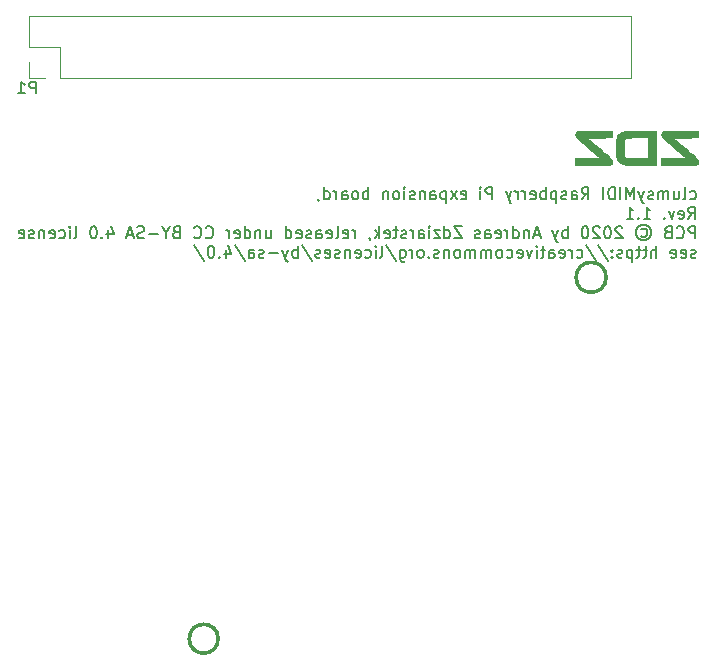
<source format=gbo>
G04 #@! TF.GenerationSoftware,KiCad,Pcbnew,5.1.7-a382d34a8~87~ubuntu18.04.1*
G04 #@! TF.CreationDate,2020-11-20T13:51:52+01:00*
G04 #@! TF.ProjectId,clumsyMIDI,636c756d-7379-44d4-9944-492e6b696361,rev?*
G04 #@! TF.SameCoordinates,Original*
G04 #@! TF.FileFunction,Legend,Bot*
G04 #@! TF.FilePolarity,Positive*
%FSLAX46Y46*%
G04 Gerber Fmt 4.6, Leading zero omitted, Abs format (unit mm)*
G04 Created by KiCad (PCBNEW 5.1.7-a382d34a8~87~ubuntu18.04.1) date 2020-11-20 13:51:52*
%MOMM*%
%LPD*%
G01*
G04 APERTURE LIST*
%ADD10C,0.150000*%
%ADD11C,0.010000*%
%ADD12C,0.120000*%
G04 APERTURE END LIST*
D10*
X223100000Y-147600000D02*
G75*
G03*
X223100000Y-147600000I-1300000J0D01*
G01*
X222950000Y-147600000D02*
G75*
G03*
X222950000Y-147600000I-1150000J0D01*
G01*
X255800000Y-117000000D02*
G75*
G03*
X255800000Y-117000000I-1200000J0D01*
G01*
X255941641Y-117000000D02*
G75*
G03*
X255941641Y-117000000I-1341641J0D01*
G01*
X262989833Y-110337761D02*
X263085071Y-110385380D01*
X263275547Y-110385380D01*
X263370785Y-110337761D01*
X263418404Y-110290142D01*
X263466023Y-110194904D01*
X263466023Y-109909190D01*
X263418404Y-109813952D01*
X263370785Y-109766333D01*
X263275547Y-109718714D01*
X263085071Y-109718714D01*
X262989833Y-109766333D01*
X262418404Y-110385380D02*
X262513642Y-110337761D01*
X262561261Y-110242523D01*
X262561261Y-109385380D01*
X261608880Y-109718714D02*
X261608880Y-110385380D01*
X262037452Y-109718714D02*
X262037452Y-110242523D01*
X261989833Y-110337761D01*
X261894595Y-110385380D01*
X261751738Y-110385380D01*
X261656500Y-110337761D01*
X261608880Y-110290142D01*
X261132690Y-110385380D02*
X261132690Y-109718714D01*
X261132690Y-109813952D02*
X261085071Y-109766333D01*
X260989833Y-109718714D01*
X260846976Y-109718714D01*
X260751738Y-109766333D01*
X260704119Y-109861571D01*
X260704119Y-110385380D01*
X260704119Y-109861571D02*
X260656500Y-109766333D01*
X260561261Y-109718714D01*
X260418404Y-109718714D01*
X260323166Y-109766333D01*
X260275547Y-109861571D01*
X260275547Y-110385380D01*
X259846976Y-110337761D02*
X259751738Y-110385380D01*
X259561261Y-110385380D01*
X259466023Y-110337761D01*
X259418404Y-110242523D01*
X259418404Y-110194904D01*
X259466023Y-110099666D01*
X259561261Y-110052047D01*
X259704119Y-110052047D01*
X259799357Y-110004428D01*
X259846976Y-109909190D01*
X259846976Y-109861571D01*
X259799357Y-109766333D01*
X259704119Y-109718714D01*
X259561261Y-109718714D01*
X259466023Y-109766333D01*
X259085071Y-109718714D02*
X258846976Y-110385380D01*
X258608880Y-109718714D02*
X258846976Y-110385380D01*
X258942214Y-110623476D01*
X258989833Y-110671095D01*
X259085071Y-110718714D01*
X258227928Y-110385380D02*
X258227928Y-109385380D01*
X257894595Y-110099666D01*
X257561261Y-109385380D01*
X257561261Y-110385380D01*
X257085071Y-110385380D02*
X257085071Y-109385380D01*
X256608880Y-110385380D02*
X256608880Y-109385380D01*
X256370785Y-109385380D01*
X256227928Y-109433000D01*
X256132690Y-109528238D01*
X256085071Y-109623476D01*
X256037452Y-109813952D01*
X256037452Y-109956809D01*
X256085071Y-110147285D01*
X256132690Y-110242523D01*
X256227928Y-110337761D01*
X256370785Y-110385380D01*
X256608880Y-110385380D01*
X255608880Y-110385380D02*
X255608880Y-109385380D01*
X253799357Y-110385380D02*
X254132690Y-109909190D01*
X254370785Y-110385380D02*
X254370785Y-109385380D01*
X253989833Y-109385380D01*
X253894595Y-109433000D01*
X253846976Y-109480619D01*
X253799357Y-109575857D01*
X253799357Y-109718714D01*
X253846976Y-109813952D01*
X253894595Y-109861571D01*
X253989833Y-109909190D01*
X254370785Y-109909190D01*
X252942214Y-110385380D02*
X252942214Y-109861571D01*
X252989833Y-109766333D01*
X253085071Y-109718714D01*
X253275547Y-109718714D01*
X253370785Y-109766333D01*
X252942214Y-110337761D02*
X253037452Y-110385380D01*
X253275547Y-110385380D01*
X253370785Y-110337761D01*
X253418404Y-110242523D01*
X253418404Y-110147285D01*
X253370785Y-110052047D01*
X253275547Y-110004428D01*
X253037452Y-110004428D01*
X252942214Y-109956809D01*
X252513642Y-110337761D02*
X252418404Y-110385380D01*
X252227928Y-110385380D01*
X252132690Y-110337761D01*
X252085071Y-110242523D01*
X252085071Y-110194904D01*
X252132690Y-110099666D01*
X252227928Y-110052047D01*
X252370785Y-110052047D01*
X252466023Y-110004428D01*
X252513642Y-109909190D01*
X252513642Y-109861571D01*
X252466023Y-109766333D01*
X252370785Y-109718714D01*
X252227928Y-109718714D01*
X252132690Y-109766333D01*
X251656500Y-109718714D02*
X251656500Y-110718714D01*
X251656500Y-109766333D02*
X251561261Y-109718714D01*
X251370785Y-109718714D01*
X251275547Y-109766333D01*
X251227928Y-109813952D01*
X251180309Y-109909190D01*
X251180309Y-110194904D01*
X251227928Y-110290142D01*
X251275547Y-110337761D01*
X251370785Y-110385380D01*
X251561261Y-110385380D01*
X251656500Y-110337761D01*
X250751738Y-110385380D02*
X250751738Y-109385380D01*
X250751738Y-109766333D02*
X250656500Y-109718714D01*
X250466023Y-109718714D01*
X250370785Y-109766333D01*
X250323166Y-109813952D01*
X250275547Y-109909190D01*
X250275547Y-110194904D01*
X250323166Y-110290142D01*
X250370785Y-110337761D01*
X250466023Y-110385380D01*
X250656500Y-110385380D01*
X250751738Y-110337761D01*
X249466023Y-110337761D02*
X249561261Y-110385380D01*
X249751738Y-110385380D01*
X249846976Y-110337761D01*
X249894595Y-110242523D01*
X249894595Y-109861571D01*
X249846976Y-109766333D01*
X249751738Y-109718714D01*
X249561261Y-109718714D01*
X249466023Y-109766333D01*
X249418404Y-109861571D01*
X249418404Y-109956809D01*
X249894595Y-110052047D01*
X248989833Y-110385380D02*
X248989833Y-109718714D01*
X248989833Y-109909190D02*
X248942214Y-109813952D01*
X248894595Y-109766333D01*
X248799357Y-109718714D01*
X248704119Y-109718714D01*
X248370785Y-110385380D02*
X248370785Y-109718714D01*
X248370785Y-109909190D02*
X248323166Y-109813952D01*
X248275547Y-109766333D01*
X248180309Y-109718714D01*
X248085071Y-109718714D01*
X247846976Y-109718714D02*
X247608880Y-110385380D01*
X247370785Y-109718714D02*
X247608880Y-110385380D01*
X247704119Y-110623476D01*
X247751738Y-110671095D01*
X247846976Y-110718714D01*
X246227928Y-110385380D02*
X246227928Y-109385380D01*
X245846976Y-109385380D01*
X245751738Y-109433000D01*
X245704119Y-109480619D01*
X245656500Y-109575857D01*
X245656500Y-109718714D01*
X245704119Y-109813952D01*
X245751738Y-109861571D01*
X245846976Y-109909190D01*
X246227928Y-109909190D01*
X245227928Y-110385380D02*
X245227928Y-109718714D01*
X245227928Y-109385380D02*
X245275547Y-109433000D01*
X245227928Y-109480619D01*
X245180309Y-109433000D01*
X245227928Y-109385380D01*
X245227928Y-109480619D01*
X243608880Y-110337761D02*
X243704119Y-110385380D01*
X243894595Y-110385380D01*
X243989833Y-110337761D01*
X244037452Y-110242523D01*
X244037452Y-109861571D01*
X243989833Y-109766333D01*
X243894595Y-109718714D01*
X243704119Y-109718714D01*
X243608880Y-109766333D01*
X243561261Y-109861571D01*
X243561261Y-109956809D01*
X244037452Y-110052047D01*
X243227928Y-110385380D02*
X242704119Y-109718714D01*
X243227928Y-109718714D02*
X242704119Y-110385380D01*
X242323166Y-109718714D02*
X242323166Y-110718714D01*
X242323166Y-109766333D02*
X242227928Y-109718714D01*
X242037452Y-109718714D01*
X241942214Y-109766333D01*
X241894595Y-109813952D01*
X241846976Y-109909190D01*
X241846976Y-110194904D01*
X241894595Y-110290142D01*
X241942214Y-110337761D01*
X242037452Y-110385380D01*
X242227928Y-110385380D01*
X242323166Y-110337761D01*
X240989833Y-110385380D02*
X240989833Y-109861571D01*
X241037452Y-109766333D01*
X241132690Y-109718714D01*
X241323166Y-109718714D01*
X241418404Y-109766333D01*
X240989833Y-110337761D02*
X241085071Y-110385380D01*
X241323166Y-110385380D01*
X241418404Y-110337761D01*
X241466023Y-110242523D01*
X241466023Y-110147285D01*
X241418404Y-110052047D01*
X241323166Y-110004428D01*
X241085071Y-110004428D01*
X240989833Y-109956809D01*
X240513642Y-109718714D02*
X240513642Y-110385380D01*
X240513642Y-109813952D02*
X240466023Y-109766333D01*
X240370785Y-109718714D01*
X240227928Y-109718714D01*
X240132690Y-109766333D01*
X240085071Y-109861571D01*
X240085071Y-110385380D01*
X239656500Y-110337761D02*
X239561261Y-110385380D01*
X239370785Y-110385380D01*
X239275547Y-110337761D01*
X239227928Y-110242523D01*
X239227928Y-110194904D01*
X239275547Y-110099666D01*
X239370785Y-110052047D01*
X239513642Y-110052047D01*
X239608880Y-110004428D01*
X239656500Y-109909190D01*
X239656500Y-109861571D01*
X239608880Y-109766333D01*
X239513642Y-109718714D01*
X239370785Y-109718714D01*
X239275547Y-109766333D01*
X238799357Y-110385380D02*
X238799357Y-109718714D01*
X238799357Y-109385380D02*
X238846976Y-109433000D01*
X238799357Y-109480619D01*
X238751738Y-109433000D01*
X238799357Y-109385380D01*
X238799357Y-109480619D01*
X238180309Y-110385380D02*
X238275547Y-110337761D01*
X238323166Y-110290142D01*
X238370785Y-110194904D01*
X238370785Y-109909190D01*
X238323166Y-109813952D01*
X238275547Y-109766333D01*
X238180309Y-109718714D01*
X238037452Y-109718714D01*
X237942214Y-109766333D01*
X237894595Y-109813952D01*
X237846976Y-109909190D01*
X237846976Y-110194904D01*
X237894595Y-110290142D01*
X237942214Y-110337761D01*
X238037452Y-110385380D01*
X238180309Y-110385380D01*
X237418404Y-109718714D02*
X237418404Y-110385380D01*
X237418404Y-109813952D02*
X237370785Y-109766333D01*
X237275547Y-109718714D01*
X237132690Y-109718714D01*
X237037452Y-109766333D01*
X236989833Y-109861571D01*
X236989833Y-110385380D01*
X235751738Y-110385380D02*
X235751738Y-109385380D01*
X235751738Y-109766333D02*
X235656500Y-109718714D01*
X235466023Y-109718714D01*
X235370785Y-109766333D01*
X235323166Y-109813952D01*
X235275547Y-109909190D01*
X235275547Y-110194904D01*
X235323166Y-110290142D01*
X235370785Y-110337761D01*
X235466023Y-110385380D01*
X235656500Y-110385380D01*
X235751738Y-110337761D01*
X234704119Y-110385380D02*
X234799357Y-110337761D01*
X234846976Y-110290142D01*
X234894595Y-110194904D01*
X234894595Y-109909190D01*
X234846976Y-109813952D01*
X234799357Y-109766333D01*
X234704119Y-109718714D01*
X234561261Y-109718714D01*
X234466023Y-109766333D01*
X234418404Y-109813952D01*
X234370785Y-109909190D01*
X234370785Y-110194904D01*
X234418404Y-110290142D01*
X234466023Y-110337761D01*
X234561261Y-110385380D01*
X234704119Y-110385380D01*
X233513642Y-110385380D02*
X233513642Y-109861571D01*
X233561261Y-109766333D01*
X233656500Y-109718714D01*
X233846976Y-109718714D01*
X233942214Y-109766333D01*
X233513642Y-110337761D02*
X233608880Y-110385380D01*
X233846976Y-110385380D01*
X233942214Y-110337761D01*
X233989833Y-110242523D01*
X233989833Y-110147285D01*
X233942214Y-110052047D01*
X233846976Y-110004428D01*
X233608880Y-110004428D01*
X233513642Y-109956809D01*
X233037452Y-110385380D02*
X233037452Y-109718714D01*
X233037452Y-109909190D02*
X232989833Y-109813952D01*
X232942214Y-109766333D01*
X232846976Y-109718714D01*
X232751738Y-109718714D01*
X231989833Y-110385380D02*
X231989833Y-109385380D01*
X231989833Y-110337761D02*
X232085071Y-110385380D01*
X232275547Y-110385380D01*
X232370785Y-110337761D01*
X232418404Y-110290142D01*
X232466023Y-110194904D01*
X232466023Y-109909190D01*
X232418404Y-109813952D01*
X232370785Y-109766333D01*
X232275547Y-109718714D01*
X232085071Y-109718714D01*
X231989833Y-109766333D01*
X231466023Y-110337761D02*
X231466023Y-110385380D01*
X231513642Y-110480619D01*
X231561261Y-110528238D01*
X262846976Y-112035380D02*
X263180309Y-111559190D01*
X263418404Y-112035380D02*
X263418404Y-111035380D01*
X263037452Y-111035380D01*
X262942214Y-111083000D01*
X262894595Y-111130619D01*
X262846976Y-111225857D01*
X262846976Y-111368714D01*
X262894595Y-111463952D01*
X262942214Y-111511571D01*
X263037452Y-111559190D01*
X263418404Y-111559190D01*
X262037452Y-111987761D02*
X262132690Y-112035380D01*
X262323166Y-112035380D01*
X262418404Y-111987761D01*
X262466023Y-111892523D01*
X262466023Y-111511571D01*
X262418404Y-111416333D01*
X262323166Y-111368714D01*
X262132690Y-111368714D01*
X262037452Y-111416333D01*
X261989833Y-111511571D01*
X261989833Y-111606809D01*
X262466023Y-111702047D01*
X261656500Y-111368714D02*
X261418404Y-112035380D01*
X261180309Y-111368714D01*
X260799357Y-111940142D02*
X260751738Y-111987761D01*
X260799357Y-112035380D01*
X260846976Y-111987761D01*
X260799357Y-111940142D01*
X260799357Y-112035380D01*
X259037452Y-112035380D02*
X259608880Y-112035380D01*
X259323166Y-112035380D02*
X259323166Y-111035380D01*
X259418404Y-111178238D01*
X259513642Y-111273476D01*
X259608880Y-111321095D01*
X258608880Y-111940142D02*
X258561261Y-111987761D01*
X258608880Y-112035380D01*
X258656500Y-111987761D01*
X258608880Y-111940142D01*
X258608880Y-112035380D01*
X257608880Y-112035380D02*
X258180309Y-112035380D01*
X257894595Y-112035380D02*
X257894595Y-111035380D01*
X257989833Y-111178238D01*
X258085071Y-111273476D01*
X258180309Y-111321095D01*
X263418404Y-113685380D02*
X263418404Y-112685380D01*
X263037452Y-112685380D01*
X262942214Y-112733000D01*
X262894595Y-112780619D01*
X262846976Y-112875857D01*
X262846976Y-113018714D01*
X262894595Y-113113952D01*
X262942214Y-113161571D01*
X263037452Y-113209190D01*
X263418404Y-113209190D01*
X261846976Y-113590142D02*
X261894595Y-113637761D01*
X262037452Y-113685380D01*
X262132690Y-113685380D01*
X262275547Y-113637761D01*
X262370785Y-113542523D01*
X262418404Y-113447285D01*
X262466023Y-113256809D01*
X262466023Y-113113952D01*
X262418404Y-112923476D01*
X262370785Y-112828238D01*
X262275547Y-112733000D01*
X262132690Y-112685380D01*
X262037452Y-112685380D01*
X261894595Y-112733000D01*
X261846976Y-112780619D01*
X261085071Y-113161571D02*
X260942214Y-113209190D01*
X260894595Y-113256809D01*
X260846976Y-113352047D01*
X260846976Y-113494904D01*
X260894595Y-113590142D01*
X260942214Y-113637761D01*
X261037452Y-113685380D01*
X261418404Y-113685380D01*
X261418404Y-112685380D01*
X261085071Y-112685380D01*
X260989833Y-112733000D01*
X260942214Y-112780619D01*
X260894595Y-112875857D01*
X260894595Y-112971095D01*
X260942214Y-113066333D01*
X260989833Y-113113952D01*
X261085071Y-113161571D01*
X261418404Y-113161571D01*
X258846976Y-112923476D02*
X258942214Y-112875857D01*
X259132690Y-112875857D01*
X259227928Y-112923476D01*
X259323166Y-113018714D01*
X259370785Y-113113952D01*
X259370785Y-113304428D01*
X259323166Y-113399666D01*
X259227928Y-113494904D01*
X259132690Y-113542523D01*
X258942214Y-113542523D01*
X258846976Y-113494904D01*
X259037452Y-112542523D02*
X259275547Y-112590142D01*
X259513642Y-112733000D01*
X259656500Y-112971095D01*
X259704119Y-113209190D01*
X259656500Y-113447285D01*
X259513642Y-113685380D01*
X259275547Y-113828238D01*
X259037452Y-113875857D01*
X258799357Y-113828238D01*
X258561261Y-113685380D01*
X258418404Y-113447285D01*
X258370785Y-113209190D01*
X258418404Y-112971095D01*
X258561261Y-112733000D01*
X258799357Y-112590142D01*
X259037452Y-112542523D01*
X257227928Y-112780619D02*
X257180309Y-112733000D01*
X257085071Y-112685380D01*
X256846976Y-112685380D01*
X256751738Y-112733000D01*
X256704119Y-112780619D01*
X256656500Y-112875857D01*
X256656500Y-112971095D01*
X256704119Y-113113952D01*
X257275547Y-113685380D01*
X256656500Y-113685380D01*
X256037452Y-112685380D02*
X255942214Y-112685380D01*
X255846976Y-112733000D01*
X255799357Y-112780619D01*
X255751738Y-112875857D01*
X255704119Y-113066333D01*
X255704119Y-113304428D01*
X255751738Y-113494904D01*
X255799357Y-113590142D01*
X255846976Y-113637761D01*
X255942214Y-113685380D01*
X256037452Y-113685380D01*
X256132690Y-113637761D01*
X256180309Y-113590142D01*
X256227928Y-113494904D01*
X256275547Y-113304428D01*
X256275547Y-113066333D01*
X256227928Y-112875857D01*
X256180309Y-112780619D01*
X256132690Y-112733000D01*
X256037452Y-112685380D01*
X255323166Y-112780619D02*
X255275547Y-112733000D01*
X255180309Y-112685380D01*
X254942214Y-112685380D01*
X254846976Y-112733000D01*
X254799357Y-112780619D01*
X254751738Y-112875857D01*
X254751738Y-112971095D01*
X254799357Y-113113952D01*
X255370785Y-113685380D01*
X254751738Y-113685380D01*
X254132690Y-112685380D02*
X254037452Y-112685380D01*
X253942214Y-112733000D01*
X253894595Y-112780619D01*
X253846976Y-112875857D01*
X253799357Y-113066333D01*
X253799357Y-113304428D01*
X253846976Y-113494904D01*
X253894595Y-113590142D01*
X253942214Y-113637761D01*
X254037452Y-113685380D01*
X254132690Y-113685380D01*
X254227928Y-113637761D01*
X254275547Y-113590142D01*
X254323166Y-113494904D01*
X254370785Y-113304428D01*
X254370785Y-113066333D01*
X254323166Y-112875857D01*
X254275547Y-112780619D01*
X254227928Y-112733000D01*
X254132690Y-112685380D01*
X252608880Y-113685380D02*
X252608880Y-112685380D01*
X252608880Y-113066333D02*
X252513642Y-113018714D01*
X252323166Y-113018714D01*
X252227928Y-113066333D01*
X252180309Y-113113952D01*
X252132690Y-113209190D01*
X252132690Y-113494904D01*
X252180309Y-113590142D01*
X252227928Y-113637761D01*
X252323166Y-113685380D01*
X252513642Y-113685380D01*
X252608880Y-113637761D01*
X251799357Y-113018714D02*
X251561261Y-113685380D01*
X251323166Y-113018714D02*
X251561261Y-113685380D01*
X251656500Y-113923476D01*
X251704119Y-113971095D01*
X251799357Y-114018714D01*
X250227928Y-113399666D02*
X249751738Y-113399666D01*
X250323166Y-113685380D02*
X249989833Y-112685380D01*
X249656500Y-113685380D01*
X249323166Y-113018714D02*
X249323166Y-113685380D01*
X249323166Y-113113952D02*
X249275547Y-113066333D01*
X249180309Y-113018714D01*
X249037452Y-113018714D01*
X248942214Y-113066333D01*
X248894595Y-113161571D01*
X248894595Y-113685380D01*
X247989833Y-113685380D02*
X247989833Y-112685380D01*
X247989833Y-113637761D02*
X248085071Y-113685380D01*
X248275547Y-113685380D01*
X248370785Y-113637761D01*
X248418404Y-113590142D01*
X248466023Y-113494904D01*
X248466023Y-113209190D01*
X248418404Y-113113952D01*
X248370785Y-113066333D01*
X248275547Y-113018714D01*
X248085071Y-113018714D01*
X247989833Y-113066333D01*
X247513642Y-113685380D02*
X247513642Y-113018714D01*
X247513642Y-113209190D02*
X247466023Y-113113952D01*
X247418404Y-113066333D01*
X247323166Y-113018714D01*
X247227928Y-113018714D01*
X246513642Y-113637761D02*
X246608880Y-113685380D01*
X246799357Y-113685380D01*
X246894595Y-113637761D01*
X246942214Y-113542523D01*
X246942214Y-113161571D01*
X246894595Y-113066333D01*
X246799357Y-113018714D01*
X246608880Y-113018714D01*
X246513642Y-113066333D01*
X246466023Y-113161571D01*
X246466023Y-113256809D01*
X246942214Y-113352047D01*
X245608880Y-113685380D02*
X245608880Y-113161571D01*
X245656500Y-113066333D01*
X245751738Y-113018714D01*
X245942214Y-113018714D01*
X246037452Y-113066333D01*
X245608880Y-113637761D02*
X245704119Y-113685380D01*
X245942214Y-113685380D01*
X246037452Y-113637761D01*
X246085071Y-113542523D01*
X246085071Y-113447285D01*
X246037452Y-113352047D01*
X245942214Y-113304428D01*
X245704119Y-113304428D01*
X245608880Y-113256809D01*
X245180309Y-113637761D02*
X245085071Y-113685380D01*
X244894595Y-113685380D01*
X244799357Y-113637761D01*
X244751738Y-113542523D01*
X244751738Y-113494904D01*
X244799357Y-113399666D01*
X244894595Y-113352047D01*
X245037452Y-113352047D01*
X245132690Y-113304428D01*
X245180309Y-113209190D01*
X245180309Y-113161571D01*
X245132690Y-113066333D01*
X245037452Y-113018714D01*
X244894595Y-113018714D01*
X244799357Y-113066333D01*
X243656500Y-112685380D02*
X242989833Y-112685380D01*
X243656500Y-113685380D01*
X242989833Y-113685380D01*
X242180309Y-113685380D02*
X242180309Y-112685380D01*
X242180309Y-113637761D02*
X242275547Y-113685380D01*
X242466023Y-113685380D01*
X242561261Y-113637761D01*
X242608880Y-113590142D01*
X242656500Y-113494904D01*
X242656500Y-113209190D01*
X242608880Y-113113952D01*
X242561261Y-113066333D01*
X242466023Y-113018714D01*
X242275547Y-113018714D01*
X242180309Y-113066333D01*
X241799357Y-113018714D02*
X241275547Y-113018714D01*
X241799357Y-113685380D01*
X241275547Y-113685380D01*
X240894595Y-113685380D02*
X240894595Y-113018714D01*
X240894595Y-112685380D02*
X240942214Y-112733000D01*
X240894595Y-112780619D01*
X240846976Y-112733000D01*
X240894595Y-112685380D01*
X240894595Y-112780619D01*
X239989833Y-113685380D02*
X239989833Y-113161571D01*
X240037452Y-113066333D01*
X240132690Y-113018714D01*
X240323166Y-113018714D01*
X240418404Y-113066333D01*
X239989833Y-113637761D02*
X240085071Y-113685380D01*
X240323166Y-113685380D01*
X240418404Y-113637761D01*
X240466023Y-113542523D01*
X240466023Y-113447285D01*
X240418404Y-113352047D01*
X240323166Y-113304428D01*
X240085071Y-113304428D01*
X239989833Y-113256809D01*
X239513642Y-113685380D02*
X239513642Y-113018714D01*
X239513642Y-113209190D02*
X239466023Y-113113952D01*
X239418404Y-113066333D01*
X239323166Y-113018714D01*
X239227928Y-113018714D01*
X238942214Y-113637761D02*
X238846976Y-113685380D01*
X238656500Y-113685380D01*
X238561261Y-113637761D01*
X238513642Y-113542523D01*
X238513642Y-113494904D01*
X238561261Y-113399666D01*
X238656500Y-113352047D01*
X238799357Y-113352047D01*
X238894595Y-113304428D01*
X238942214Y-113209190D01*
X238942214Y-113161571D01*
X238894595Y-113066333D01*
X238799357Y-113018714D01*
X238656500Y-113018714D01*
X238561261Y-113066333D01*
X238227928Y-113018714D02*
X237846976Y-113018714D01*
X238085071Y-112685380D02*
X238085071Y-113542523D01*
X238037452Y-113637761D01*
X237942214Y-113685380D01*
X237846976Y-113685380D01*
X237132690Y-113637761D02*
X237227928Y-113685380D01*
X237418404Y-113685380D01*
X237513642Y-113637761D01*
X237561261Y-113542523D01*
X237561261Y-113161571D01*
X237513642Y-113066333D01*
X237418404Y-113018714D01*
X237227928Y-113018714D01*
X237132690Y-113066333D01*
X237085071Y-113161571D01*
X237085071Y-113256809D01*
X237561261Y-113352047D01*
X236656500Y-113685380D02*
X236656500Y-112685380D01*
X236561261Y-113304428D02*
X236275547Y-113685380D01*
X236275547Y-113018714D02*
X236656500Y-113399666D01*
X235799357Y-113637761D02*
X235799357Y-113685380D01*
X235846976Y-113780619D01*
X235894595Y-113828238D01*
X234608880Y-113685380D02*
X234608880Y-113018714D01*
X234608880Y-113209190D02*
X234561261Y-113113952D01*
X234513642Y-113066333D01*
X234418404Y-113018714D01*
X234323166Y-113018714D01*
X233608880Y-113637761D02*
X233704119Y-113685380D01*
X233894595Y-113685380D01*
X233989833Y-113637761D01*
X234037452Y-113542523D01*
X234037452Y-113161571D01*
X233989833Y-113066333D01*
X233894595Y-113018714D01*
X233704119Y-113018714D01*
X233608880Y-113066333D01*
X233561261Y-113161571D01*
X233561261Y-113256809D01*
X234037452Y-113352047D01*
X232989833Y-113685380D02*
X233085071Y-113637761D01*
X233132690Y-113542523D01*
X233132690Y-112685380D01*
X232227928Y-113637761D02*
X232323166Y-113685380D01*
X232513642Y-113685380D01*
X232608880Y-113637761D01*
X232656500Y-113542523D01*
X232656500Y-113161571D01*
X232608880Y-113066333D01*
X232513642Y-113018714D01*
X232323166Y-113018714D01*
X232227928Y-113066333D01*
X232180309Y-113161571D01*
X232180309Y-113256809D01*
X232656500Y-113352047D01*
X231323166Y-113685380D02*
X231323166Y-113161571D01*
X231370785Y-113066333D01*
X231466023Y-113018714D01*
X231656500Y-113018714D01*
X231751738Y-113066333D01*
X231323166Y-113637761D02*
X231418404Y-113685380D01*
X231656500Y-113685380D01*
X231751738Y-113637761D01*
X231799357Y-113542523D01*
X231799357Y-113447285D01*
X231751738Y-113352047D01*
X231656500Y-113304428D01*
X231418404Y-113304428D01*
X231323166Y-113256809D01*
X230894595Y-113637761D02*
X230799357Y-113685380D01*
X230608880Y-113685380D01*
X230513642Y-113637761D01*
X230466023Y-113542523D01*
X230466023Y-113494904D01*
X230513642Y-113399666D01*
X230608880Y-113352047D01*
X230751738Y-113352047D01*
X230846976Y-113304428D01*
X230894595Y-113209190D01*
X230894595Y-113161571D01*
X230846976Y-113066333D01*
X230751738Y-113018714D01*
X230608880Y-113018714D01*
X230513642Y-113066333D01*
X229656500Y-113637761D02*
X229751738Y-113685380D01*
X229942214Y-113685380D01*
X230037452Y-113637761D01*
X230085071Y-113542523D01*
X230085071Y-113161571D01*
X230037452Y-113066333D01*
X229942214Y-113018714D01*
X229751738Y-113018714D01*
X229656500Y-113066333D01*
X229608880Y-113161571D01*
X229608880Y-113256809D01*
X230085071Y-113352047D01*
X228751738Y-113685380D02*
X228751738Y-112685380D01*
X228751738Y-113637761D02*
X228846976Y-113685380D01*
X229037452Y-113685380D01*
X229132690Y-113637761D01*
X229180309Y-113590142D01*
X229227928Y-113494904D01*
X229227928Y-113209190D01*
X229180309Y-113113952D01*
X229132690Y-113066333D01*
X229037452Y-113018714D01*
X228846976Y-113018714D01*
X228751738Y-113066333D01*
X227085071Y-113018714D02*
X227085071Y-113685380D01*
X227513642Y-113018714D02*
X227513642Y-113542523D01*
X227466023Y-113637761D01*
X227370785Y-113685380D01*
X227227928Y-113685380D01*
X227132690Y-113637761D01*
X227085071Y-113590142D01*
X226608880Y-113018714D02*
X226608880Y-113685380D01*
X226608880Y-113113952D02*
X226561261Y-113066333D01*
X226466023Y-113018714D01*
X226323166Y-113018714D01*
X226227928Y-113066333D01*
X226180309Y-113161571D01*
X226180309Y-113685380D01*
X225275547Y-113685380D02*
X225275547Y-112685380D01*
X225275547Y-113637761D02*
X225370785Y-113685380D01*
X225561261Y-113685380D01*
X225656500Y-113637761D01*
X225704119Y-113590142D01*
X225751738Y-113494904D01*
X225751738Y-113209190D01*
X225704119Y-113113952D01*
X225656500Y-113066333D01*
X225561261Y-113018714D01*
X225370785Y-113018714D01*
X225275547Y-113066333D01*
X224418404Y-113637761D02*
X224513642Y-113685380D01*
X224704119Y-113685380D01*
X224799357Y-113637761D01*
X224846976Y-113542523D01*
X224846976Y-113161571D01*
X224799357Y-113066333D01*
X224704119Y-113018714D01*
X224513642Y-113018714D01*
X224418404Y-113066333D01*
X224370785Y-113161571D01*
X224370785Y-113256809D01*
X224846976Y-113352047D01*
X223942214Y-113685380D02*
X223942214Y-113018714D01*
X223942214Y-113209190D02*
X223894595Y-113113952D01*
X223846976Y-113066333D01*
X223751738Y-113018714D01*
X223656500Y-113018714D01*
X221989833Y-113590142D02*
X222037452Y-113637761D01*
X222180309Y-113685380D01*
X222275547Y-113685380D01*
X222418404Y-113637761D01*
X222513642Y-113542523D01*
X222561261Y-113447285D01*
X222608880Y-113256809D01*
X222608880Y-113113952D01*
X222561261Y-112923476D01*
X222513642Y-112828238D01*
X222418404Y-112733000D01*
X222275547Y-112685380D01*
X222180309Y-112685380D01*
X222037452Y-112733000D01*
X221989833Y-112780619D01*
X220989833Y-113590142D02*
X221037452Y-113637761D01*
X221180309Y-113685380D01*
X221275547Y-113685380D01*
X221418404Y-113637761D01*
X221513642Y-113542523D01*
X221561261Y-113447285D01*
X221608880Y-113256809D01*
X221608880Y-113113952D01*
X221561261Y-112923476D01*
X221513642Y-112828238D01*
X221418404Y-112733000D01*
X221275547Y-112685380D01*
X221180309Y-112685380D01*
X221037452Y-112733000D01*
X220989833Y-112780619D01*
X219466023Y-113161571D02*
X219323166Y-113209190D01*
X219275547Y-113256809D01*
X219227928Y-113352047D01*
X219227928Y-113494904D01*
X219275547Y-113590142D01*
X219323166Y-113637761D01*
X219418404Y-113685380D01*
X219799357Y-113685380D01*
X219799357Y-112685380D01*
X219466023Y-112685380D01*
X219370785Y-112733000D01*
X219323166Y-112780619D01*
X219275547Y-112875857D01*
X219275547Y-112971095D01*
X219323166Y-113066333D01*
X219370785Y-113113952D01*
X219466023Y-113161571D01*
X219799357Y-113161571D01*
X218608880Y-113209190D02*
X218608880Y-113685380D01*
X218942214Y-112685380D02*
X218608880Y-113209190D01*
X218275547Y-112685380D01*
X217942214Y-113304428D02*
X217180309Y-113304428D01*
X216751738Y-113637761D02*
X216608880Y-113685380D01*
X216370785Y-113685380D01*
X216275547Y-113637761D01*
X216227928Y-113590142D01*
X216180309Y-113494904D01*
X216180309Y-113399666D01*
X216227928Y-113304428D01*
X216275547Y-113256809D01*
X216370785Y-113209190D01*
X216561261Y-113161571D01*
X216656500Y-113113952D01*
X216704119Y-113066333D01*
X216751738Y-112971095D01*
X216751738Y-112875857D01*
X216704119Y-112780619D01*
X216656500Y-112733000D01*
X216561261Y-112685380D01*
X216323166Y-112685380D01*
X216180309Y-112733000D01*
X215799357Y-113399666D02*
X215323166Y-113399666D01*
X215894595Y-113685380D02*
X215561261Y-112685380D01*
X215227928Y-113685380D01*
X213704119Y-113018714D02*
X213704119Y-113685380D01*
X213942214Y-112637761D02*
X214180309Y-113352047D01*
X213561261Y-113352047D01*
X213180309Y-113590142D02*
X213132690Y-113637761D01*
X213180309Y-113685380D01*
X213227928Y-113637761D01*
X213180309Y-113590142D01*
X213180309Y-113685380D01*
X212513642Y-112685380D02*
X212418404Y-112685380D01*
X212323166Y-112733000D01*
X212275547Y-112780619D01*
X212227928Y-112875857D01*
X212180309Y-113066333D01*
X212180309Y-113304428D01*
X212227928Y-113494904D01*
X212275547Y-113590142D01*
X212323166Y-113637761D01*
X212418404Y-113685380D01*
X212513642Y-113685380D01*
X212608880Y-113637761D01*
X212656500Y-113590142D01*
X212704119Y-113494904D01*
X212751738Y-113304428D01*
X212751738Y-113066333D01*
X212704119Y-112875857D01*
X212656500Y-112780619D01*
X212608880Y-112733000D01*
X212513642Y-112685380D01*
X210846976Y-113685380D02*
X210942214Y-113637761D01*
X210989833Y-113542523D01*
X210989833Y-112685380D01*
X210466023Y-113685380D02*
X210466023Y-113018714D01*
X210466023Y-112685380D02*
X210513642Y-112733000D01*
X210466023Y-112780619D01*
X210418404Y-112733000D01*
X210466023Y-112685380D01*
X210466023Y-112780619D01*
X209561261Y-113637761D02*
X209656500Y-113685380D01*
X209846976Y-113685380D01*
X209942214Y-113637761D01*
X209989833Y-113590142D01*
X210037452Y-113494904D01*
X210037452Y-113209190D01*
X209989833Y-113113952D01*
X209942214Y-113066333D01*
X209846976Y-113018714D01*
X209656500Y-113018714D01*
X209561261Y-113066333D01*
X208751738Y-113637761D02*
X208846976Y-113685380D01*
X209037452Y-113685380D01*
X209132690Y-113637761D01*
X209180309Y-113542523D01*
X209180309Y-113161571D01*
X209132690Y-113066333D01*
X209037452Y-113018714D01*
X208846976Y-113018714D01*
X208751738Y-113066333D01*
X208704119Y-113161571D01*
X208704119Y-113256809D01*
X209180309Y-113352047D01*
X208275547Y-113018714D02*
X208275547Y-113685380D01*
X208275547Y-113113952D02*
X208227928Y-113066333D01*
X208132690Y-113018714D01*
X207989833Y-113018714D01*
X207894595Y-113066333D01*
X207846976Y-113161571D01*
X207846976Y-113685380D01*
X207418404Y-113637761D02*
X207323166Y-113685380D01*
X207132690Y-113685380D01*
X207037452Y-113637761D01*
X206989833Y-113542523D01*
X206989833Y-113494904D01*
X207037452Y-113399666D01*
X207132690Y-113352047D01*
X207275547Y-113352047D01*
X207370785Y-113304428D01*
X207418404Y-113209190D01*
X207418404Y-113161571D01*
X207370785Y-113066333D01*
X207275547Y-113018714D01*
X207132690Y-113018714D01*
X207037452Y-113066333D01*
X206180309Y-113637761D02*
X206275547Y-113685380D01*
X206466023Y-113685380D01*
X206561261Y-113637761D01*
X206608880Y-113542523D01*
X206608880Y-113161571D01*
X206561261Y-113066333D01*
X206466023Y-113018714D01*
X206275547Y-113018714D01*
X206180309Y-113066333D01*
X206132690Y-113161571D01*
X206132690Y-113256809D01*
X206608880Y-113352047D01*
X263466023Y-115287761D02*
X263370785Y-115335380D01*
X263180309Y-115335380D01*
X263085071Y-115287761D01*
X263037452Y-115192523D01*
X263037452Y-115144904D01*
X263085071Y-115049666D01*
X263180309Y-115002047D01*
X263323166Y-115002047D01*
X263418404Y-114954428D01*
X263466023Y-114859190D01*
X263466023Y-114811571D01*
X263418404Y-114716333D01*
X263323166Y-114668714D01*
X263180309Y-114668714D01*
X263085071Y-114716333D01*
X262227928Y-115287761D02*
X262323166Y-115335380D01*
X262513642Y-115335380D01*
X262608880Y-115287761D01*
X262656500Y-115192523D01*
X262656500Y-114811571D01*
X262608880Y-114716333D01*
X262513642Y-114668714D01*
X262323166Y-114668714D01*
X262227928Y-114716333D01*
X262180309Y-114811571D01*
X262180309Y-114906809D01*
X262656500Y-115002047D01*
X261370785Y-115287761D02*
X261466023Y-115335380D01*
X261656500Y-115335380D01*
X261751738Y-115287761D01*
X261799357Y-115192523D01*
X261799357Y-114811571D01*
X261751738Y-114716333D01*
X261656500Y-114668714D01*
X261466023Y-114668714D01*
X261370785Y-114716333D01*
X261323166Y-114811571D01*
X261323166Y-114906809D01*
X261799357Y-115002047D01*
X260132690Y-115335380D02*
X260132690Y-114335380D01*
X259704119Y-115335380D02*
X259704119Y-114811571D01*
X259751738Y-114716333D01*
X259846976Y-114668714D01*
X259989833Y-114668714D01*
X260085071Y-114716333D01*
X260132690Y-114763952D01*
X259370785Y-114668714D02*
X258989833Y-114668714D01*
X259227928Y-114335380D02*
X259227928Y-115192523D01*
X259180309Y-115287761D01*
X259085071Y-115335380D01*
X258989833Y-115335380D01*
X258799357Y-114668714D02*
X258418404Y-114668714D01*
X258656500Y-114335380D02*
X258656500Y-115192523D01*
X258608880Y-115287761D01*
X258513642Y-115335380D01*
X258418404Y-115335380D01*
X258085071Y-114668714D02*
X258085071Y-115668714D01*
X258085071Y-114716333D02*
X257989833Y-114668714D01*
X257799357Y-114668714D01*
X257704119Y-114716333D01*
X257656500Y-114763952D01*
X257608880Y-114859190D01*
X257608880Y-115144904D01*
X257656500Y-115240142D01*
X257704119Y-115287761D01*
X257799357Y-115335380D01*
X257989833Y-115335380D01*
X258085071Y-115287761D01*
X257227928Y-115287761D02*
X257132690Y-115335380D01*
X256942214Y-115335380D01*
X256846976Y-115287761D01*
X256799357Y-115192523D01*
X256799357Y-115144904D01*
X256846976Y-115049666D01*
X256942214Y-115002047D01*
X257085071Y-115002047D01*
X257180309Y-114954428D01*
X257227928Y-114859190D01*
X257227928Y-114811571D01*
X257180309Y-114716333D01*
X257085071Y-114668714D01*
X256942214Y-114668714D01*
X256846976Y-114716333D01*
X256370785Y-115240142D02*
X256323166Y-115287761D01*
X256370785Y-115335380D01*
X256418404Y-115287761D01*
X256370785Y-115240142D01*
X256370785Y-115335380D01*
X256370785Y-114716333D02*
X256323166Y-114763952D01*
X256370785Y-114811571D01*
X256418404Y-114763952D01*
X256370785Y-114716333D01*
X256370785Y-114811571D01*
X255180309Y-114287761D02*
X256037452Y-115573476D01*
X254132690Y-114287761D02*
X254989833Y-115573476D01*
X253370785Y-115287761D02*
X253466023Y-115335380D01*
X253656500Y-115335380D01*
X253751738Y-115287761D01*
X253799357Y-115240142D01*
X253846976Y-115144904D01*
X253846976Y-114859190D01*
X253799357Y-114763952D01*
X253751738Y-114716333D01*
X253656500Y-114668714D01*
X253466023Y-114668714D01*
X253370785Y-114716333D01*
X252942214Y-115335380D02*
X252942214Y-114668714D01*
X252942214Y-114859190D02*
X252894595Y-114763952D01*
X252846976Y-114716333D01*
X252751738Y-114668714D01*
X252656500Y-114668714D01*
X251942214Y-115287761D02*
X252037452Y-115335380D01*
X252227928Y-115335380D01*
X252323166Y-115287761D01*
X252370785Y-115192523D01*
X252370785Y-114811571D01*
X252323166Y-114716333D01*
X252227928Y-114668714D01*
X252037452Y-114668714D01*
X251942214Y-114716333D01*
X251894595Y-114811571D01*
X251894595Y-114906809D01*
X252370785Y-115002047D01*
X251037452Y-115335380D02*
X251037452Y-114811571D01*
X251085071Y-114716333D01*
X251180309Y-114668714D01*
X251370785Y-114668714D01*
X251466023Y-114716333D01*
X251037452Y-115287761D02*
X251132690Y-115335380D01*
X251370785Y-115335380D01*
X251466023Y-115287761D01*
X251513642Y-115192523D01*
X251513642Y-115097285D01*
X251466023Y-115002047D01*
X251370785Y-114954428D01*
X251132690Y-114954428D01*
X251037452Y-114906809D01*
X250704119Y-114668714D02*
X250323166Y-114668714D01*
X250561261Y-114335380D02*
X250561261Y-115192523D01*
X250513642Y-115287761D01*
X250418404Y-115335380D01*
X250323166Y-115335380D01*
X249989833Y-115335380D02*
X249989833Y-114668714D01*
X249989833Y-114335380D02*
X250037452Y-114383000D01*
X249989833Y-114430619D01*
X249942214Y-114383000D01*
X249989833Y-114335380D01*
X249989833Y-114430619D01*
X249608880Y-114668714D02*
X249370785Y-115335380D01*
X249132690Y-114668714D01*
X248370785Y-115287761D02*
X248466023Y-115335380D01*
X248656500Y-115335380D01*
X248751738Y-115287761D01*
X248799357Y-115192523D01*
X248799357Y-114811571D01*
X248751738Y-114716333D01*
X248656500Y-114668714D01*
X248466023Y-114668714D01*
X248370785Y-114716333D01*
X248323166Y-114811571D01*
X248323166Y-114906809D01*
X248799357Y-115002047D01*
X247466023Y-115287761D02*
X247561261Y-115335380D01*
X247751738Y-115335380D01*
X247846976Y-115287761D01*
X247894595Y-115240142D01*
X247942214Y-115144904D01*
X247942214Y-114859190D01*
X247894595Y-114763952D01*
X247846976Y-114716333D01*
X247751738Y-114668714D01*
X247561261Y-114668714D01*
X247466023Y-114716333D01*
X246894595Y-115335380D02*
X246989833Y-115287761D01*
X247037452Y-115240142D01*
X247085071Y-115144904D01*
X247085071Y-114859190D01*
X247037452Y-114763952D01*
X246989833Y-114716333D01*
X246894595Y-114668714D01*
X246751738Y-114668714D01*
X246656500Y-114716333D01*
X246608880Y-114763952D01*
X246561261Y-114859190D01*
X246561261Y-115144904D01*
X246608880Y-115240142D01*
X246656500Y-115287761D01*
X246751738Y-115335380D01*
X246894595Y-115335380D01*
X246132690Y-115335380D02*
X246132690Y-114668714D01*
X246132690Y-114763952D02*
X246085071Y-114716333D01*
X245989833Y-114668714D01*
X245846976Y-114668714D01*
X245751738Y-114716333D01*
X245704119Y-114811571D01*
X245704119Y-115335380D01*
X245704119Y-114811571D02*
X245656500Y-114716333D01*
X245561261Y-114668714D01*
X245418404Y-114668714D01*
X245323166Y-114716333D01*
X245275547Y-114811571D01*
X245275547Y-115335380D01*
X244799357Y-115335380D02*
X244799357Y-114668714D01*
X244799357Y-114763952D02*
X244751738Y-114716333D01*
X244656500Y-114668714D01*
X244513642Y-114668714D01*
X244418404Y-114716333D01*
X244370785Y-114811571D01*
X244370785Y-115335380D01*
X244370785Y-114811571D02*
X244323166Y-114716333D01*
X244227928Y-114668714D01*
X244085071Y-114668714D01*
X243989833Y-114716333D01*
X243942214Y-114811571D01*
X243942214Y-115335380D01*
X243323166Y-115335380D02*
X243418404Y-115287761D01*
X243466023Y-115240142D01*
X243513642Y-115144904D01*
X243513642Y-114859190D01*
X243466023Y-114763952D01*
X243418404Y-114716333D01*
X243323166Y-114668714D01*
X243180309Y-114668714D01*
X243085071Y-114716333D01*
X243037452Y-114763952D01*
X242989833Y-114859190D01*
X242989833Y-115144904D01*
X243037452Y-115240142D01*
X243085071Y-115287761D01*
X243180309Y-115335380D01*
X243323166Y-115335380D01*
X242561261Y-114668714D02*
X242561261Y-115335380D01*
X242561261Y-114763952D02*
X242513642Y-114716333D01*
X242418404Y-114668714D01*
X242275547Y-114668714D01*
X242180309Y-114716333D01*
X242132690Y-114811571D01*
X242132690Y-115335380D01*
X241704119Y-115287761D02*
X241608880Y-115335380D01*
X241418404Y-115335380D01*
X241323166Y-115287761D01*
X241275547Y-115192523D01*
X241275547Y-115144904D01*
X241323166Y-115049666D01*
X241418404Y-115002047D01*
X241561261Y-115002047D01*
X241656500Y-114954428D01*
X241704119Y-114859190D01*
X241704119Y-114811571D01*
X241656500Y-114716333D01*
X241561261Y-114668714D01*
X241418404Y-114668714D01*
X241323166Y-114716333D01*
X240846976Y-115240142D02*
X240799357Y-115287761D01*
X240846976Y-115335380D01*
X240894595Y-115287761D01*
X240846976Y-115240142D01*
X240846976Y-115335380D01*
X240227928Y-115335380D02*
X240323166Y-115287761D01*
X240370785Y-115240142D01*
X240418404Y-115144904D01*
X240418404Y-114859190D01*
X240370785Y-114763952D01*
X240323166Y-114716333D01*
X240227928Y-114668714D01*
X240085071Y-114668714D01*
X239989833Y-114716333D01*
X239942214Y-114763952D01*
X239894595Y-114859190D01*
X239894595Y-115144904D01*
X239942214Y-115240142D01*
X239989833Y-115287761D01*
X240085071Y-115335380D01*
X240227928Y-115335380D01*
X239466023Y-115335380D02*
X239466023Y-114668714D01*
X239466023Y-114859190D02*
X239418404Y-114763952D01*
X239370785Y-114716333D01*
X239275547Y-114668714D01*
X239180309Y-114668714D01*
X238418404Y-114668714D02*
X238418404Y-115478238D01*
X238466023Y-115573476D01*
X238513642Y-115621095D01*
X238608880Y-115668714D01*
X238751738Y-115668714D01*
X238846976Y-115621095D01*
X238418404Y-115287761D02*
X238513642Y-115335380D01*
X238704119Y-115335380D01*
X238799357Y-115287761D01*
X238846976Y-115240142D01*
X238894595Y-115144904D01*
X238894595Y-114859190D01*
X238846976Y-114763952D01*
X238799357Y-114716333D01*
X238704119Y-114668714D01*
X238513642Y-114668714D01*
X238418404Y-114716333D01*
X237227928Y-114287761D02*
X238085071Y-115573476D01*
X236751738Y-115335380D02*
X236846976Y-115287761D01*
X236894595Y-115192523D01*
X236894595Y-114335380D01*
X236370785Y-115335380D02*
X236370785Y-114668714D01*
X236370785Y-114335380D02*
X236418404Y-114383000D01*
X236370785Y-114430619D01*
X236323166Y-114383000D01*
X236370785Y-114335380D01*
X236370785Y-114430619D01*
X235466023Y-115287761D02*
X235561261Y-115335380D01*
X235751738Y-115335380D01*
X235846976Y-115287761D01*
X235894595Y-115240142D01*
X235942214Y-115144904D01*
X235942214Y-114859190D01*
X235894595Y-114763952D01*
X235846976Y-114716333D01*
X235751738Y-114668714D01*
X235561261Y-114668714D01*
X235466023Y-114716333D01*
X234656500Y-115287761D02*
X234751738Y-115335380D01*
X234942214Y-115335380D01*
X235037452Y-115287761D01*
X235085071Y-115192523D01*
X235085071Y-114811571D01*
X235037452Y-114716333D01*
X234942214Y-114668714D01*
X234751738Y-114668714D01*
X234656500Y-114716333D01*
X234608880Y-114811571D01*
X234608880Y-114906809D01*
X235085071Y-115002047D01*
X234180309Y-114668714D02*
X234180309Y-115335380D01*
X234180309Y-114763952D02*
X234132690Y-114716333D01*
X234037452Y-114668714D01*
X233894595Y-114668714D01*
X233799357Y-114716333D01*
X233751738Y-114811571D01*
X233751738Y-115335380D01*
X233323166Y-115287761D02*
X233227928Y-115335380D01*
X233037452Y-115335380D01*
X232942214Y-115287761D01*
X232894595Y-115192523D01*
X232894595Y-115144904D01*
X232942214Y-115049666D01*
X233037452Y-115002047D01*
X233180309Y-115002047D01*
X233275547Y-114954428D01*
X233323166Y-114859190D01*
X233323166Y-114811571D01*
X233275547Y-114716333D01*
X233180309Y-114668714D01*
X233037452Y-114668714D01*
X232942214Y-114716333D01*
X232085071Y-115287761D02*
X232180309Y-115335380D01*
X232370785Y-115335380D01*
X232466023Y-115287761D01*
X232513642Y-115192523D01*
X232513642Y-114811571D01*
X232466023Y-114716333D01*
X232370785Y-114668714D01*
X232180309Y-114668714D01*
X232085071Y-114716333D01*
X232037452Y-114811571D01*
X232037452Y-114906809D01*
X232513642Y-115002047D01*
X231656500Y-115287761D02*
X231561261Y-115335380D01*
X231370785Y-115335380D01*
X231275547Y-115287761D01*
X231227928Y-115192523D01*
X231227928Y-115144904D01*
X231275547Y-115049666D01*
X231370785Y-115002047D01*
X231513642Y-115002047D01*
X231608880Y-114954428D01*
X231656500Y-114859190D01*
X231656500Y-114811571D01*
X231608880Y-114716333D01*
X231513642Y-114668714D01*
X231370785Y-114668714D01*
X231275547Y-114716333D01*
X230085071Y-114287761D02*
X230942214Y-115573476D01*
X229751738Y-115335380D02*
X229751738Y-114335380D01*
X229751738Y-114716333D02*
X229656500Y-114668714D01*
X229466023Y-114668714D01*
X229370785Y-114716333D01*
X229323166Y-114763952D01*
X229275547Y-114859190D01*
X229275547Y-115144904D01*
X229323166Y-115240142D01*
X229370785Y-115287761D01*
X229466023Y-115335380D01*
X229656500Y-115335380D01*
X229751738Y-115287761D01*
X228942214Y-114668714D02*
X228704119Y-115335380D01*
X228466023Y-114668714D02*
X228704119Y-115335380D01*
X228799357Y-115573476D01*
X228846976Y-115621095D01*
X228942214Y-115668714D01*
X228085071Y-114954428D02*
X227323166Y-114954428D01*
X226894595Y-115287761D02*
X226799357Y-115335380D01*
X226608880Y-115335380D01*
X226513642Y-115287761D01*
X226466023Y-115192523D01*
X226466023Y-115144904D01*
X226513642Y-115049666D01*
X226608880Y-115002047D01*
X226751738Y-115002047D01*
X226846976Y-114954428D01*
X226894595Y-114859190D01*
X226894595Y-114811571D01*
X226846976Y-114716333D01*
X226751738Y-114668714D01*
X226608880Y-114668714D01*
X226513642Y-114716333D01*
X225608880Y-115335380D02*
X225608880Y-114811571D01*
X225656500Y-114716333D01*
X225751738Y-114668714D01*
X225942214Y-114668714D01*
X226037452Y-114716333D01*
X225608880Y-115287761D02*
X225704119Y-115335380D01*
X225942214Y-115335380D01*
X226037452Y-115287761D01*
X226085071Y-115192523D01*
X226085071Y-115097285D01*
X226037452Y-115002047D01*
X225942214Y-114954428D01*
X225704119Y-114954428D01*
X225608880Y-114906809D01*
X224418404Y-114287761D02*
X225275547Y-115573476D01*
X223656500Y-114668714D02*
X223656500Y-115335380D01*
X223894595Y-114287761D02*
X224132690Y-115002047D01*
X223513642Y-115002047D01*
X223132690Y-115240142D02*
X223085071Y-115287761D01*
X223132690Y-115335380D01*
X223180309Y-115287761D01*
X223132690Y-115240142D01*
X223132690Y-115335380D01*
X222466023Y-114335380D02*
X222370785Y-114335380D01*
X222275547Y-114383000D01*
X222227928Y-114430619D01*
X222180309Y-114525857D01*
X222132690Y-114716333D01*
X222132690Y-114954428D01*
X222180309Y-115144904D01*
X222227928Y-115240142D01*
X222275547Y-115287761D01*
X222370785Y-115335380D01*
X222466023Y-115335380D01*
X222561261Y-115287761D01*
X222608880Y-115240142D01*
X222656500Y-115144904D01*
X222704119Y-114954428D01*
X222704119Y-114716333D01*
X222656500Y-114525857D01*
X222608880Y-114430619D01*
X222561261Y-114383000D01*
X222466023Y-114335380D01*
X220989833Y-114287761D02*
X221846976Y-115573476D01*
D11*
G36*
X254539526Y-104619196D02*
G01*
X254226259Y-104620806D01*
X253966294Y-104623530D01*
X253758066Y-104627400D01*
X253600007Y-104632449D01*
X253490553Y-104638711D01*
X253428136Y-104646217D01*
X253414985Y-104650007D01*
X253337415Y-104713815D01*
X253288042Y-104811517D01*
X253271218Y-104925845D01*
X253291298Y-105039531D01*
X253307669Y-105075642D01*
X253335527Y-105107030D01*
X253401567Y-105171603D01*
X253501463Y-105265408D01*
X253630890Y-105384493D01*
X253785522Y-105524907D01*
X253961034Y-105682696D01*
X254153100Y-105853910D01*
X254351928Y-106029778D01*
X255360785Y-106918778D01*
X253198889Y-106933552D01*
X253198889Y-107469112D01*
X254701723Y-107468695D01*
X255052587Y-107468285D01*
X255350718Y-107467208D01*
X255599825Y-107465379D01*
X255803617Y-107462713D01*
X255965802Y-107459126D01*
X256090089Y-107454532D01*
X256180186Y-107448847D01*
X256239803Y-107441987D01*
X256272647Y-107433865D01*
X256275112Y-107432729D01*
X256336072Y-107376917D01*
X256384104Y-107286593D01*
X256385513Y-107282618D01*
X256400308Y-107235521D01*
X256407950Y-107191562D01*
X256405319Y-107147249D01*
X256389291Y-107099091D01*
X256356746Y-107043599D01*
X256304562Y-106977279D01*
X256229617Y-106896643D01*
X256128790Y-106798199D01*
X255998959Y-106678455D01*
X255837003Y-106533922D01*
X255639801Y-106361108D01*
X255404230Y-106156522D01*
X255290462Y-106058000D01*
X254263479Y-105169000D01*
X255297518Y-105161597D01*
X256331556Y-105154194D01*
X256331556Y-104618667D01*
X254907662Y-104618667D01*
X254539526Y-104619196D01*
G37*
X254539526Y-104619196D02*
X254226259Y-104620806D01*
X253966294Y-104623530D01*
X253758066Y-104627400D01*
X253600007Y-104632449D01*
X253490553Y-104638711D01*
X253428136Y-104646217D01*
X253414985Y-104650007D01*
X253337415Y-104713815D01*
X253288042Y-104811517D01*
X253271218Y-104925845D01*
X253291298Y-105039531D01*
X253307669Y-105075642D01*
X253335527Y-105107030D01*
X253401567Y-105171603D01*
X253501463Y-105265408D01*
X253630890Y-105384493D01*
X253785522Y-105524907D01*
X253961034Y-105682696D01*
X254153100Y-105853910D01*
X254351928Y-106029778D01*
X255360785Y-106918778D01*
X253198889Y-106933552D01*
X253198889Y-107469112D01*
X254701723Y-107468695D01*
X255052587Y-107468285D01*
X255350718Y-107467208D01*
X255599825Y-107465379D01*
X255803617Y-107462713D01*
X255965802Y-107459126D01*
X256090089Y-107454532D01*
X256180186Y-107448847D01*
X256239803Y-107441987D01*
X256272647Y-107433865D01*
X256275112Y-107432729D01*
X256336072Y-107376917D01*
X256384104Y-107286593D01*
X256385513Y-107282618D01*
X256400308Y-107235521D01*
X256407950Y-107191562D01*
X256405319Y-107147249D01*
X256389291Y-107099091D01*
X256356746Y-107043599D01*
X256304562Y-106977279D01*
X256229617Y-106896643D01*
X256128790Y-106798199D01*
X255998959Y-106678455D01*
X255837003Y-106533922D01*
X255639801Y-106361108D01*
X255404230Y-106156522D01*
X255290462Y-106058000D01*
X254263479Y-105169000D01*
X255297518Y-105161597D01*
X256331556Y-105154194D01*
X256331556Y-104618667D01*
X254907662Y-104618667D01*
X254539526Y-104619196D01*
G36*
X258709278Y-104624436D02*
G01*
X258398569Y-104626619D01*
X258139008Y-104628708D01*
X257925299Y-104630965D01*
X257752146Y-104633651D01*
X257614254Y-104637027D01*
X257506327Y-104641354D01*
X257423070Y-104646893D01*
X257359186Y-104653906D01*
X257309381Y-104662653D01*
X257268359Y-104673396D01*
X257230824Y-104686396D01*
X257198949Y-104698917D01*
X257039412Y-104776060D01*
X256922717Y-104866505D01*
X256835290Y-104981896D01*
X256806477Y-105035603D01*
X256787055Y-105077190D01*
X256771779Y-105118722D01*
X256760054Y-105167497D01*
X256751284Y-105230812D01*
X256744875Y-105315967D01*
X256740232Y-105430258D01*
X256736758Y-105580983D01*
X256733860Y-105775441D01*
X256731731Y-105952212D01*
X256729874Y-106236311D01*
X256731328Y-106474930D01*
X256736024Y-106665326D01*
X256743897Y-106804755D01*
X256754470Y-106888537D01*
X256818437Y-107070886D01*
X256927108Y-107219170D01*
X257079674Y-107332705D01*
X257275323Y-107410808D01*
X257407898Y-107439551D01*
X257478052Y-107446243D01*
X257598678Y-107452306D01*
X257763809Y-107457616D01*
X257967476Y-107462048D01*
X258203708Y-107465479D01*
X258466537Y-107467786D01*
X258749995Y-107468844D01*
X258822167Y-107468898D01*
X260056889Y-107469112D01*
X260056889Y-106932889D01*
X259436000Y-106932889D01*
X258522952Y-106932889D01*
X258271927Y-106932802D01*
X258071006Y-106932272D01*
X257913850Y-106930891D01*
X257794118Y-106928256D01*
X257705472Y-106923960D01*
X257641570Y-106917599D01*
X257596074Y-106908766D01*
X257562643Y-106897055D01*
X257534937Y-106882063D01*
X257514007Y-106868358D01*
X257462237Y-106828333D01*
X257422138Y-106781581D01*
X257392406Y-106720907D01*
X257371732Y-106639118D01*
X257358810Y-106529018D01*
X257352333Y-106383416D01*
X257350995Y-106195115D01*
X257353111Y-105982627D01*
X257356317Y-105782589D01*
X257359979Y-105630918D01*
X257364905Y-105519538D01*
X257371901Y-105440370D01*
X257381775Y-105385340D01*
X257395335Y-105346369D01*
X257413387Y-105315383D01*
X257420832Y-105305041D01*
X257451568Y-105265537D01*
X257483019Y-105233695D01*
X257521304Y-105208686D01*
X257572540Y-105189682D01*
X257642846Y-105175853D01*
X257738341Y-105166370D01*
X257865141Y-105160405D01*
X258029365Y-105157127D01*
X258237131Y-105155709D01*
X258494558Y-105155321D01*
X258525834Y-105155305D01*
X259436000Y-105154889D01*
X259436000Y-106932889D01*
X260056889Y-106932889D01*
X260056889Y-104615201D01*
X258709278Y-104624436D01*
G37*
X258709278Y-104624436D02*
X258398569Y-104626619D01*
X258139008Y-104628708D01*
X257925299Y-104630965D01*
X257752146Y-104633651D01*
X257614254Y-104637027D01*
X257506327Y-104641354D01*
X257423070Y-104646893D01*
X257359186Y-104653906D01*
X257309381Y-104662653D01*
X257268359Y-104673396D01*
X257230824Y-104686396D01*
X257198949Y-104698917D01*
X257039412Y-104776060D01*
X256922717Y-104866505D01*
X256835290Y-104981896D01*
X256806477Y-105035603D01*
X256787055Y-105077190D01*
X256771779Y-105118722D01*
X256760054Y-105167497D01*
X256751284Y-105230812D01*
X256744875Y-105315967D01*
X256740232Y-105430258D01*
X256736758Y-105580983D01*
X256733860Y-105775441D01*
X256731731Y-105952212D01*
X256729874Y-106236311D01*
X256731328Y-106474930D01*
X256736024Y-106665326D01*
X256743897Y-106804755D01*
X256754470Y-106888537D01*
X256818437Y-107070886D01*
X256927108Y-107219170D01*
X257079674Y-107332705D01*
X257275323Y-107410808D01*
X257407898Y-107439551D01*
X257478052Y-107446243D01*
X257598678Y-107452306D01*
X257763809Y-107457616D01*
X257967476Y-107462048D01*
X258203708Y-107465479D01*
X258466537Y-107467786D01*
X258749995Y-107468844D01*
X258822167Y-107468898D01*
X260056889Y-107469112D01*
X260056889Y-106932889D01*
X259436000Y-106932889D01*
X258522952Y-106932889D01*
X258271927Y-106932802D01*
X258071006Y-106932272D01*
X257913850Y-106930891D01*
X257794118Y-106928256D01*
X257705472Y-106923960D01*
X257641570Y-106917599D01*
X257596074Y-106908766D01*
X257562643Y-106897055D01*
X257534937Y-106882063D01*
X257514007Y-106868358D01*
X257462237Y-106828333D01*
X257422138Y-106781581D01*
X257392406Y-106720907D01*
X257371732Y-106639118D01*
X257358810Y-106529018D01*
X257352333Y-106383416D01*
X257350995Y-106195115D01*
X257353111Y-105982627D01*
X257356317Y-105782589D01*
X257359979Y-105630918D01*
X257364905Y-105519538D01*
X257371901Y-105440370D01*
X257381775Y-105385340D01*
X257395335Y-105346369D01*
X257413387Y-105315383D01*
X257420832Y-105305041D01*
X257451568Y-105265537D01*
X257483019Y-105233695D01*
X257521304Y-105208686D01*
X257572540Y-105189682D01*
X257642846Y-105175853D01*
X257738341Y-105166370D01*
X257865141Y-105160405D01*
X258029365Y-105157127D01*
X258237131Y-105155709D01*
X258494558Y-105155321D01*
X258525834Y-105155305D01*
X259436000Y-105154889D01*
X259436000Y-106932889D01*
X260056889Y-106932889D01*
X260056889Y-104615201D01*
X258709278Y-104624436D01*
G36*
X261820859Y-104619196D02*
G01*
X261507592Y-104620806D01*
X261247628Y-104623530D01*
X261039399Y-104627400D01*
X260881341Y-104632449D01*
X260771886Y-104638711D01*
X260709469Y-104646217D01*
X260696318Y-104650007D01*
X260618749Y-104713815D01*
X260569375Y-104811517D01*
X260552551Y-104925845D01*
X260572631Y-105039531D01*
X260589003Y-105075642D01*
X260616861Y-105107030D01*
X260682901Y-105171603D01*
X260782796Y-105265408D01*
X260912223Y-105384493D01*
X261066855Y-105524907D01*
X261242367Y-105682696D01*
X261434433Y-105853910D01*
X261633261Y-106029778D01*
X262642118Y-106918778D01*
X261561170Y-106926165D01*
X260480223Y-106933552D01*
X260480223Y-107469112D01*
X261983056Y-107468695D01*
X262333920Y-107468285D01*
X262632051Y-107467208D01*
X262881159Y-107465379D01*
X263084950Y-107462713D01*
X263247135Y-107459126D01*
X263371422Y-107454532D01*
X263461519Y-107448847D01*
X263521136Y-107441987D01*
X263553980Y-107433865D01*
X263556445Y-107432729D01*
X263617405Y-107376917D01*
X263665437Y-107286593D01*
X263666846Y-107282618D01*
X263681641Y-107235521D01*
X263689284Y-107191562D01*
X263686652Y-107147249D01*
X263670624Y-107099091D01*
X263638079Y-107043599D01*
X263585895Y-106977279D01*
X263510950Y-106896643D01*
X263410123Y-106798199D01*
X263280293Y-106678455D01*
X263118337Y-106533922D01*
X262921134Y-106361108D01*
X262685563Y-106156522D01*
X262571795Y-106058000D01*
X261544812Y-105169000D01*
X262578851Y-105161597D01*
X263612889Y-105154194D01*
X263612889Y-104618667D01*
X262188995Y-104618667D01*
X261820859Y-104619196D01*
G37*
X261820859Y-104619196D02*
X261507592Y-104620806D01*
X261247628Y-104623530D01*
X261039399Y-104627400D01*
X260881341Y-104632449D01*
X260771886Y-104638711D01*
X260709469Y-104646217D01*
X260696318Y-104650007D01*
X260618749Y-104713815D01*
X260569375Y-104811517D01*
X260552551Y-104925845D01*
X260572631Y-105039531D01*
X260589003Y-105075642D01*
X260616861Y-105107030D01*
X260682901Y-105171603D01*
X260782796Y-105265408D01*
X260912223Y-105384493D01*
X261066855Y-105524907D01*
X261242367Y-105682696D01*
X261434433Y-105853910D01*
X261633261Y-106029778D01*
X262642118Y-106918778D01*
X261561170Y-106926165D01*
X260480223Y-106933552D01*
X260480223Y-107469112D01*
X261983056Y-107468695D01*
X262333920Y-107468285D01*
X262632051Y-107467208D01*
X262881159Y-107465379D01*
X263084950Y-107462713D01*
X263247135Y-107459126D01*
X263371422Y-107454532D01*
X263461519Y-107448847D01*
X263521136Y-107441987D01*
X263553980Y-107433865D01*
X263556445Y-107432729D01*
X263617405Y-107376917D01*
X263665437Y-107286593D01*
X263666846Y-107282618D01*
X263681641Y-107235521D01*
X263689284Y-107191562D01*
X263686652Y-107147249D01*
X263670624Y-107099091D01*
X263638079Y-107043599D01*
X263585895Y-106977279D01*
X263510950Y-106896643D01*
X263410123Y-106798199D01*
X263280293Y-106678455D01*
X263118337Y-106533922D01*
X262921134Y-106361108D01*
X262685563Y-106156522D01*
X262571795Y-106058000D01*
X261544812Y-105169000D01*
X262578851Y-105161597D01*
X263612889Y-105154194D01*
X263612889Y-104618667D01*
X262188995Y-104618667D01*
X261820859Y-104619196D01*
D12*
X207040000Y-98770000D02*
X207040000Y-100100000D01*
X207040000Y-100100000D02*
X208370000Y-100100000D01*
X207040000Y-97500000D02*
X209640000Y-97500000D01*
X209640000Y-97500000D02*
X209640000Y-100100000D01*
X209640000Y-100100000D02*
X257960000Y-100100000D01*
X257960000Y-94900000D02*
X257960000Y-100100000D01*
X207040000Y-94900000D02*
X257960000Y-94900000D01*
X207040000Y-94900000D02*
X207040000Y-97500000D01*
D10*
X207596095Y-101430380D02*
X207596095Y-100430380D01*
X207215142Y-100430380D01*
X207119904Y-100478000D01*
X207072285Y-100525619D01*
X207024666Y-100620857D01*
X207024666Y-100763714D01*
X207072285Y-100858952D01*
X207119904Y-100906571D01*
X207215142Y-100954190D01*
X207596095Y-100954190D01*
X206072285Y-101430380D02*
X206643714Y-101430380D01*
X206358000Y-101430380D02*
X206358000Y-100430380D01*
X206453238Y-100573238D01*
X206548476Y-100668476D01*
X206643714Y-100716095D01*
M02*

</source>
